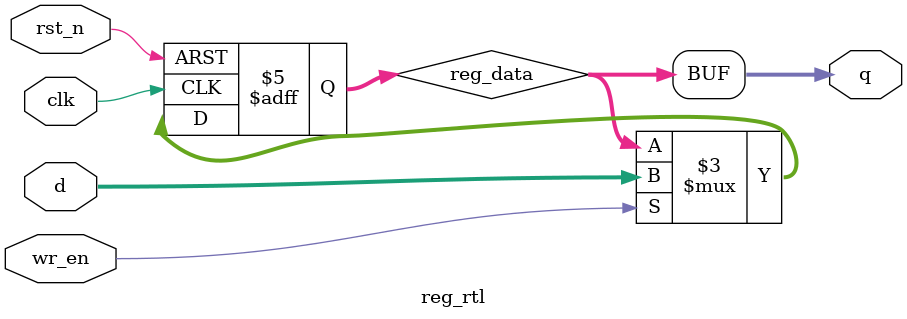
<source format=v>
module reg_rtl #(
  parameter W_WIDTH = 8
)(
  input clk, rst_n, wr_en,
  input [W_WIDTH-1:0] d,
  output [W_WIDTH-1:0] q
);

  reg [W_WIDTH-1:0] reg_data;

  always @(posedge clk or negedge rst_n) begin
    if(!rst_n) begin 
      reg_data <= 0;
    end 
    else if(wr_en) begin
      reg_data <= d;
    end 
  end 

  assign q = reg_data;
endmodule : reg_rtl
</source>
